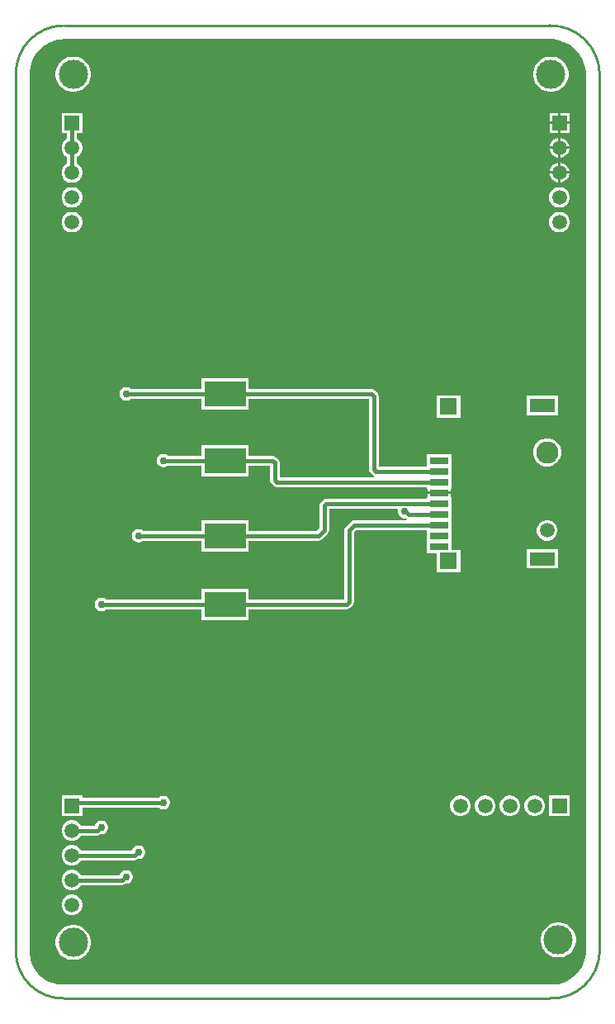
<source format=gtl>
G04*
G04 #@! TF.GenerationSoftware,Altium Limited,Altium Designer,22.6.1 (34)*
G04*
G04 Layer_Physical_Order=1*
G04 Layer_Color=255*
%FSLAX25Y25*%
%MOIN*%
G70*
G04*
G04 #@! TF.SameCoordinates,B7B55DA8-A8C8-4B2F-A26B-231347B163EA*
G04*
G04*
G04 #@! TF.FilePolarity,Positive*
G04*
G01*
G75*
%ADD12C,0.01000*%
%ADD13R,0.10200X0.05500*%
%ADD14R,0.07100X0.06700*%
%ADD15R,0.07500X0.02800*%
%ADD16R,0.16535X0.10236*%
%ADD26C,0.01500*%
%ADD27C,0.09000*%
%ADD28C,0.05900*%
%ADD29R,0.05906X0.05906*%
%ADD30C,0.05906*%
%ADD31C,0.11811*%
%ADD32R,0.05906X0.05906*%
%ADD33C,0.03000*%
G36*
X19980Y388157D02*
X216035Y388156D01*
X216067Y388160D01*
X216098Y388157D01*
X217050Y388168D01*
X218923Y387945D01*
X220751Y387480D01*
X222503Y386780D01*
X224148Y385857D01*
X225658Y384728D01*
X227009Y383411D01*
X228176Y381929D01*
X229139Y380308D01*
X229883Y378574D01*
X230394Y376758D01*
X230664Y374892D01*
X230676Y373981D01*
Y19793D01*
X230644Y18981D01*
X230336Y17186D01*
X229796Y15446D01*
X229034Y13791D01*
X228062Y12249D01*
X226898Y10848D01*
X225561Y9611D01*
X224074Y8558D01*
X222462Y7709D01*
X220753Y7077D01*
X218976Y6674D01*
X217162Y6505D01*
X216251Y6540D01*
X216155Y6531D01*
X216058Y6544D01*
X19685Y6545D01*
X19652Y6540D01*
X19619Y6544D01*
X18734Y6532D01*
X16991Y6739D01*
X15290Y7170D01*
X13659Y7821D01*
X12128Y8678D01*
X10721Y9728D01*
X9463Y10953D01*
X8376Y12331D01*
X7478Y13839D01*
X6785Y15452D01*
X6308Y17141D01*
X6056Y18878D01*
X6044Y19722D01*
Y374016D01*
X6040Y374048D01*
X6044Y374080D01*
X6033Y375000D01*
X6247Y376808D01*
X6696Y378573D01*
X7371Y380263D01*
X8262Y381852D01*
X9352Y383311D01*
X10623Y384614D01*
X12053Y385741D01*
X13618Y386672D01*
X15291Y387390D01*
X17044Y387884D01*
X18846Y388145D01*
X19756Y388157D01*
X19863Y388172D01*
X19980Y388157D01*
D02*
G37*
%LPC*%
G36*
X217235Y381121D02*
X215836D01*
X214463Y380848D01*
X213170Y380313D01*
X212006Y379535D01*
X211016Y378545D01*
X210239Y377381D01*
X209703Y376088D01*
X209430Y374716D01*
Y373316D01*
X209703Y371943D01*
X210239Y370650D01*
X211016Y369486D01*
X212006Y368496D01*
X213170Y367719D01*
X214463Y367183D01*
X215836Y366910D01*
X217235D01*
X218608Y367183D01*
X219901Y367719D01*
X221065Y368496D01*
X222055Y369486D01*
X222832Y370650D01*
X223368Y371943D01*
X223641Y373316D01*
Y374716D01*
X223368Y376088D01*
X222832Y377381D01*
X222055Y378545D01*
X221065Y379535D01*
X219901Y380313D01*
X218608Y380848D01*
X217235Y381121D01*
D02*
G37*
G36*
X24322D02*
X22922D01*
X21549Y380848D01*
X20256Y380313D01*
X19093Y379535D01*
X18103Y378545D01*
X17325Y377381D01*
X16790Y376088D01*
X16517Y374716D01*
Y373316D01*
X16790Y371943D01*
X17325Y370650D01*
X18103Y369486D01*
X19093Y368496D01*
X20256Y367719D01*
X21549Y367183D01*
X22922Y366910D01*
X24322D01*
X25695Y367183D01*
X26988Y367719D01*
X28152Y368496D01*
X29141Y369486D01*
X29919Y370650D01*
X30454Y371943D01*
X30728Y373316D01*
Y374716D01*
X30454Y376088D01*
X29919Y377381D01*
X29141Y378545D01*
X28152Y379535D01*
X26988Y380313D01*
X25695Y380848D01*
X24322Y381121D01*
D02*
G37*
G36*
X223925Y358283D02*
X220472D01*
Y354831D01*
X223925D01*
Y358283D01*
D02*
G37*
G36*
X219472D02*
X216020D01*
Y354831D01*
X219472D01*
Y358283D01*
D02*
G37*
G36*
X223925Y353831D02*
X220472D01*
Y350378D01*
X223925D01*
Y353831D01*
D02*
G37*
G36*
X219472D02*
X216020D01*
Y350378D01*
X219472D01*
Y353831D01*
D02*
G37*
G36*
X220493Y348284D02*
X220472D01*
Y344831D01*
X223925D01*
Y344851D01*
X223656Y345856D01*
X223135Y346758D01*
X222399Y347494D01*
X221498Y348014D01*
X220493Y348284D01*
D02*
G37*
G36*
X219472D02*
X219452D01*
X218447Y348014D01*
X217545Y347494D01*
X216810Y346758D01*
X216289Y345856D01*
X216020Y344851D01*
Y344831D01*
X219472D01*
Y348284D01*
D02*
G37*
G36*
X223925Y343831D02*
X220472D01*
Y340378D01*
X220493D01*
X221498Y340647D01*
X222399Y341168D01*
X223135Y341904D01*
X223656Y342805D01*
X223925Y343810D01*
Y343831D01*
D02*
G37*
G36*
X219472D02*
X216020D01*
Y343810D01*
X216289Y342805D01*
X216810Y341904D01*
X217545Y341168D01*
X218447Y340647D01*
X219452Y340378D01*
X219472D01*
Y343831D01*
D02*
G37*
G36*
X220493Y338283D02*
X220472D01*
Y334831D01*
X223925D01*
Y334851D01*
X223656Y335856D01*
X223135Y336758D01*
X222399Y337494D01*
X221498Y338014D01*
X220493Y338283D01*
D02*
G37*
G36*
X219472D02*
X219452D01*
X218447Y338014D01*
X217545Y337494D01*
X216810Y336758D01*
X216289Y335856D01*
X216020Y334851D01*
Y334831D01*
X219472D01*
Y338283D01*
D02*
G37*
G36*
X223925Y333831D02*
X220472D01*
Y330378D01*
X220493D01*
X221498Y330647D01*
X222399Y331168D01*
X223135Y331904D01*
X223656Y332805D01*
X223925Y333810D01*
Y333831D01*
D02*
G37*
G36*
X219472D02*
X216020D01*
Y333810D01*
X216289Y332805D01*
X216810Y331904D01*
X217545Y331168D01*
X218447Y330647D01*
X219452Y330378D01*
X219472D01*
Y333831D01*
D02*
G37*
G36*
X27275Y358484D02*
X18969D01*
Y350178D01*
X21134D01*
Y347978D01*
X20572Y347654D01*
X19799Y346881D01*
X19252Y345934D01*
X18969Y344877D01*
Y343784D01*
X19252Y342728D01*
X19799Y341781D01*
X20572Y341008D01*
X21134Y340683D01*
Y337978D01*
X20572Y337654D01*
X19799Y336881D01*
X19252Y335934D01*
X18969Y334877D01*
Y333784D01*
X19252Y332728D01*
X19799Y331781D01*
X20572Y331008D01*
X21519Y330461D01*
X22575Y330178D01*
X23669D01*
X24725Y330461D01*
X25672Y331008D01*
X26445Y331781D01*
X26992Y332728D01*
X27275Y333784D01*
Y334877D01*
X26992Y335934D01*
X26445Y336881D01*
X25672Y337654D01*
X25110Y337978D01*
Y340683D01*
X25672Y341008D01*
X26445Y341781D01*
X26992Y342728D01*
X27275Y343784D01*
Y344877D01*
X26992Y345934D01*
X26445Y346881D01*
X25672Y347654D01*
X25110Y347978D01*
Y350178D01*
X27275D01*
Y358484D01*
D02*
G37*
G36*
X220519Y328484D02*
X219426D01*
X218370Y328201D01*
X217423Y327654D01*
X216649Y326881D01*
X216103Y325934D01*
X215820Y324877D01*
Y323784D01*
X216103Y322728D01*
X216649Y321781D01*
X217423Y321008D01*
X218370Y320461D01*
X219426Y320178D01*
X220519D01*
X221575Y320461D01*
X222522Y321008D01*
X223295Y321781D01*
X223842Y322728D01*
X224125Y323784D01*
Y324877D01*
X223842Y325934D01*
X223295Y326881D01*
X222522Y327654D01*
X221575Y328201D01*
X220519Y328484D01*
D02*
G37*
G36*
X23669D02*
X22575D01*
X21519Y328201D01*
X20572Y327654D01*
X19799Y326881D01*
X19252Y325934D01*
X18969Y324877D01*
Y323784D01*
X19252Y322728D01*
X19799Y321781D01*
X20572Y321008D01*
X21519Y320461D01*
X22575Y320178D01*
X23669D01*
X24725Y320461D01*
X25672Y321008D01*
X26445Y321781D01*
X26992Y322728D01*
X27275Y323784D01*
Y324877D01*
X26992Y325934D01*
X26445Y326881D01*
X25672Y327654D01*
X24725Y328201D01*
X23669Y328484D01*
D02*
G37*
G36*
X220519Y318483D02*
X219426D01*
X218370Y318200D01*
X217423Y317654D01*
X216649Y316881D01*
X216103Y315934D01*
X215820Y314877D01*
Y313784D01*
X216103Y312728D01*
X216649Y311781D01*
X217423Y311008D01*
X218370Y310461D01*
X219426Y310178D01*
X220519D01*
X221575Y310461D01*
X222522Y311008D01*
X223295Y311781D01*
X223842Y312728D01*
X224125Y313784D01*
Y314877D01*
X223842Y315934D01*
X223295Y316881D01*
X222522Y317654D01*
X221575Y318200D01*
X220519Y318483D01*
D02*
G37*
G36*
X23669D02*
X22575D01*
X21519Y318200D01*
X20572Y317654D01*
X19799Y316881D01*
X19252Y315934D01*
X18969Y314877D01*
Y313784D01*
X19252Y312728D01*
X19799Y311781D01*
X20572Y311008D01*
X21519Y310461D01*
X22575Y310178D01*
X23669D01*
X24725Y310461D01*
X25672Y311008D01*
X26445Y311781D01*
X26992Y312728D01*
X27275Y313784D01*
Y314877D01*
X26992Y315934D01*
X26445Y316881D01*
X25672Y317654D01*
X24725Y318200D01*
X23669Y318483D01*
D02*
G37*
G36*
X94468Y251318D02*
X75532D01*
Y246988D01*
X46830D01*
X46658Y247161D01*
X46042Y247516D01*
X45355Y247700D01*
X44644D01*
X43958Y247516D01*
X43342Y247161D01*
X42840Y246658D01*
X42484Y246042D01*
X42300Y245356D01*
Y244644D01*
X42484Y243958D01*
X42840Y243342D01*
X43342Y242840D01*
X43958Y242484D01*
X44644Y242300D01*
X45355D01*
X46042Y242484D01*
X46658Y242840D01*
X46830Y243012D01*
X75532D01*
Y238682D01*
X94468D01*
Y243012D01*
X143012D01*
Y214601D01*
X143163Y213841D01*
X143594Y213196D01*
X144473Y212317D01*
X145118Y211886D01*
X145146Y211880D01*
X145097Y211380D01*
X106988D01*
Y217175D01*
X106837Y217936D01*
X106406Y218581D01*
X105527Y219459D01*
X104882Y219890D01*
X104121Y220042D01*
X94468D01*
Y224372D01*
X75532D01*
Y220042D01*
X61830D01*
X61658Y220214D01*
X61042Y220569D01*
X60356Y220754D01*
X59645D01*
X58958Y220569D01*
X58342Y220214D01*
X57840Y219711D01*
X57484Y219096D01*
X57300Y218409D01*
Y217698D01*
X57484Y217011D01*
X57840Y216396D01*
X58342Y215893D01*
X58958Y215538D01*
X59645Y215353D01*
X60356D01*
X61042Y215538D01*
X61658Y215893D01*
X61830Y216065D01*
X75532D01*
Y211735D01*
X94468D01*
Y216065D01*
X103012D01*
Y210271D01*
X103163Y209510D01*
X103594Y208865D01*
X104473Y207986D01*
X105118Y207555D01*
X105879Y207404D01*
X166538D01*
Y206792D01*
X166738D01*
Y205561D01*
X171488D01*
X176238D01*
Y206792D01*
X176438D01*
Y211123D01*
Y215454D01*
Y220654D01*
X166538D01*
Y215711D01*
X146988D01*
Y244121D01*
X146837Y244882D01*
X146406Y245527D01*
X145527Y246406D01*
X144882Y246837D01*
X144121Y246988D01*
X94468D01*
Y251318D01*
D02*
G37*
G36*
X219332Y244248D02*
X206732D01*
Y236348D01*
X219332D01*
Y244248D01*
D02*
G37*
G36*
X179986Y244454D02*
X170486D01*
Y235354D01*
X179986D01*
Y244454D01*
D02*
G37*
G36*
X215750Y227100D02*
X214250D01*
X212800Y226712D01*
X211500Y225961D01*
X210439Y224900D01*
X209688Y223600D01*
X209300Y222150D01*
Y220650D01*
X209688Y219200D01*
X210439Y217900D01*
X211500Y216839D01*
X212800Y216089D01*
X214250Y215700D01*
X215750D01*
X217200Y216089D01*
X218500Y216839D01*
X219561Y217900D01*
X220311Y219200D01*
X220700Y220650D01*
Y222150D01*
X220311Y223600D01*
X219561Y224900D01*
X218500Y225961D01*
X217200Y226712D01*
X215750Y227100D01*
D02*
G37*
G36*
X215546Y194054D02*
X214454D01*
X213398Y193771D01*
X212452Y193225D01*
X211679Y192452D01*
X211133Y191506D01*
X210850Y190450D01*
Y189358D01*
X211133Y188302D01*
X211679Y187356D01*
X212452Y186583D01*
X213398Y186037D01*
X214454Y185754D01*
X215546D01*
X216602Y186037D01*
X217548Y186583D01*
X218321Y187356D01*
X218867Y188302D01*
X219150Y189358D01*
Y190450D01*
X218867Y191506D01*
X218321Y192452D01*
X217548Y193225D01*
X216602Y193771D01*
X215546Y194054D01*
D02*
G37*
G36*
X219332Y182437D02*
X206732D01*
Y174537D01*
X219332D01*
Y182437D01*
D02*
G37*
G36*
X176238Y204561D02*
X171488D01*
X166738D01*
Y203331D01*
X166538D01*
Y202719D01*
X125879D01*
X125118Y202568D01*
X124473Y202137D01*
X123594Y201258D01*
X123163Y200613D01*
X123012Y199852D01*
Y190823D01*
X121915Y189727D01*
X94468D01*
Y194057D01*
X75532D01*
Y189727D01*
X51830D01*
X51658Y189899D01*
X51042Y190255D01*
X50355Y190439D01*
X49645D01*
X48958Y190255D01*
X48342Y189899D01*
X47839Y189396D01*
X47484Y188781D01*
X47300Y188094D01*
Y187383D01*
X47484Y186696D01*
X47839Y186081D01*
X48342Y185578D01*
X48958Y185223D01*
X49645Y185039D01*
X50355D01*
X51042Y185223D01*
X51658Y185578D01*
X51830Y185750D01*
X75532D01*
Y181421D01*
X94468D01*
Y185750D01*
X122739D01*
X123499Y185902D01*
X124144Y186333D01*
X126406Y188594D01*
X126837Y189239D01*
X126988Y190000D01*
Y198742D01*
X154555D01*
X154904Y198242D01*
X154800Y197855D01*
Y197144D01*
X154984Y196458D01*
X155340Y195842D01*
X155842Y195340D01*
X156458Y194984D01*
X157144Y194800D01*
X157855D01*
X157880Y194807D01*
X158245Y194563D01*
X158273Y194557D01*
X158224Y194058D01*
X137069D01*
X136308Y193906D01*
X135663Y193475D01*
X133594Y191406D01*
X133163Y190761D01*
X133012Y190000D01*
Y161988D01*
X94468D01*
Y166318D01*
X75532D01*
Y161988D01*
X36830D01*
X36658Y162161D01*
X36042Y162516D01*
X35355Y162700D01*
X34644D01*
X33958Y162516D01*
X33342Y162161D01*
X32840Y161658D01*
X32484Y161042D01*
X32300Y160355D01*
Y159644D01*
X32484Y158958D01*
X32840Y158342D01*
X33342Y157840D01*
X33958Y157484D01*
X34644Y157300D01*
X35355D01*
X36042Y157484D01*
X36658Y157840D01*
X36830Y158012D01*
X75532D01*
Y153682D01*
X94468D01*
Y158012D01*
X134121D01*
X134882Y158163D01*
X135527Y158594D01*
X136406Y159473D01*
X136837Y160118D01*
X136988Y160879D01*
Y189176D01*
X137893Y190081D01*
X166538D01*
Y185139D01*
Y180808D01*
X170486D01*
Y172952D01*
X179986D01*
Y182052D01*
X176438D01*
Y185139D01*
Y189469D01*
Y193800D01*
Y198131D01*
Y203331D01*
X176238D01*
Y204561D01*
D02*
G37*
G36*
X27275Y82893D02*
X18969D01*
Y74587D01*
X27275D01*
Y78012D01*
X58170D01*
X58342Y77839D01*
X58958Y77484D01*
X59645Y77300D01*
X60356D01*
X61042Y77484D01*
X61658Y77839D01*
X62160Y78342D01*
X62516Y78958D01*
X62700Y79645D01*
Y80356D01*
X62516Y81042D01*
X62160Y81658D01*
X61658Y82161D01*
X61042Y82516D01*
X60356Y82700D01*
X59645D01*
X58958Y82516D01*
X58342Y82161D01*
X58170Y81988D01*
X27275D01*
Y82893D01*
D02*
G37*
G36*
X224113Y82881D02*
X215808D01*
Y74576D01*
X224113D01*
Y82881D01*
D02*
G37*
G36*
X210507D02*
X209414D01*
X208358Y82598D01*
X207411Y82051D01*
X206638Y81278D01*
X206091Y80331D01*
X205808Y79275D01*
Y78182D01*
X206091Y77126D01*
X206638Y76178D01*
X207411Y75405D01*
X208358Y74859D01*
X209414Y74576D01*
X210507D01*
X211563Y74859D01*
X212510Y75405D01*
X213284Y76178D01*
X213830Y77126D01*
X214113Y78182D01*
Y79275D01*
X213830Y80331D01*
X213284Y81278D01*
X212510Y82051D01*
X211563Y82598D01*
X210507Y82881D01*
D02*
G37*
G36*
X200507D02*
X199414D01*
X198358Y82598D01*
X197411Y82051D01*
X196638Y81278D01*
X196091Y80331D01*
X195808Y79275D01*
Y78182D01*
X196091Y77126D01*
X196638Y76178D01*
X197411Y75405D01*
X198358Y74859D01*
X199414Y74576D01*
X200507D01*
X201564Y74859D01*
X202510Y75405D01*
X203284Y76178D01*
X203830Y77126D01*
X204113Y78182D01*
Y79275D01*
X203830Y80331D01*
X203284Y81278D01*
X202510Y82051D01*
X201564Y82598D01*
X200507Y82881D01*
D02*
G37*
G36*
X190507D02*
X189414D01*
X188358Y82598D01*
X187411Y82051D01*
X186638Y81278D01*
X186091Y80331D01*
X185808Y79275D01*
Y78182D01*
X186091Y77126D01*
X186638Y76178D01*
X187411Y75405D01*
X188358Y74859D01*
X189414Y74576D01*
X190507D01*
X191563Y74859D01*
X192510Y75405D01*
X193284Y76178D01*
X193830Y77126D01*
X194113Y78182D01*
Y79275D01*
X193830Y80331D01*
X193284Y81278D01*
X192510Y82051D01*
X191563Y82598D01*
X190507Y82881D01*
D02*
G37*
G36*
X180507D02*
X179414D01*
X178358Y82598D01*
X177411Y82051D01*
X176638Y81278D01*
X176091Y80331D01*
X175808Y79275D01*
Y78182D01*
X176091Y77126D01*
X176638Y76178D01*
X177411Y75405D01*
X178358Y74859D01*
X179414Y74576D01*
X180507D01*
X181563Y74859D01*
X182510Y75405D01*
X183284Y76178D01*
X183830Y77126D01*
X184113Y78182D01*
Y79275D01*
X183830Y80331D01*
X183284Y81278D01*
X182510Y82051D01*
X181563Y82598D01*
X180507Y82881D01*
D02*
G37*
G36*
X23669Y72893D02*
X22575D01*
X21519Y72610D01*
X20572Y72063D01*
X19799Y71290D01*
X19252Y70343D01*
X18969Y69287D01*
Y68193D01*
X19252Y67137D01*
X19799Y66190D01*
X20572Y65417D01*
X21519Y64870D01*
X22575Y64587D01*
X23669D01*
X24725Y64870D01*
X25672Y65417D01*
X26445Y66190D01*
X26769Y66752D01*
X33334D01*
X34095Y66903D01*
X34689Y67300D01*
X35355D01*
X36042Y67484D01*
X36658Y67839D01*
X37161Y68342D01*
X37516Y68958D01*
X37700Y69644D01*
Y70355D01*
X37516Y71042D01*
X37161Y71658D01*
X36658Y72161D01*
X36042Y72516D01*
X35355Y72700D01*
X34644D01*
X33958Y72516D01*
X33342Y72161D01*
X32840Y71658D01*
X32484Y71042D01*
X32400Y70728D01*
X26769D01*
X26445Y71290D01*
X25672Y72063D01*
X24725Y72610D01*
X23669Y72893D01*
D02*
G37*
G36*
Y62893D02*
X22575D01*
X21519Y62610D01*
X20572Y62063D01*
X19799Y61290D01*
X19252Y60343D01*
X18969Y59287D01*
Y58193D01*
X19252Y57137D01*
X19799Y56190D01*
X20572Y55417D01*
X21519Y54870D01*
X22575Y54587D01*
X23669D01*
X24725Y54870D01*
X25672Y55417D01*
X26445Y56190D01*
X26769Y56752D01*
X48334D01*
X49095Y56903D01*
X49689Y57300D01*
X50355D01*
X51042Y57484D01*
X51658Y57840D01*
X52161Y58342D01*
X52516Y58958D01*
X52700Y59645D01*
Y60356D01*
X52516Y61042D01*
X52161Y61658D01*
X51658Y62160D01*
X51042Y62516D01*
X50355Y62700D01*
X49645D01*
X48958Y62516D01*
X48342Y62160D01*
X47839Y61658D01*
X47484Y61042D01*
X47400Y60728D01*
X26769D01*
X26445Y61290D01*
X25672Y62063D01*
X24725Y62610D01*
X23669Y62893D01*
D02*
G37*
G36*
Y52893D02*
X22575D01*
X21519Y52610D01*
X20572Y52063D01*
X19799Y51290D01*
X19252Y50343D01*
X18969Y49287D01*
Y48193D01*
X19252Y47137D01*
X19799Y46190D01*
X20572Y45417D01*
X21519Y44870D01*
X22575Y44587D01*
X23669D01*
X24725Y44870D01*
X25672Y45417D01*
X26445Y46190D01*
X26769Y46752D01*
X43334D01*
X44095Y46903D01*
X44689Y47300D01*
X45355D01*
X46042Y47484D01*
X46658Y47839D01*
X47161Y48342D01*
X47516Y48958D01*
X47700Y49645D01*
Y50355D01*
X47516Y51042D01*
X47161Y51658D01*
X46658Y52161D01*
X46042Y52516D01*
X45355Y52700D01*
X44644D01*
X43958Y52516D01*
X43342Y52161D01*
X42840Y51658D01*
X42484Y51042D01*
X42400Y50728D01*
X26769D01*
X26445Y51290D01*
X25672Y52063D01*
X24725Y52610D01*
X23669Y52893D01*
D02*
G37*
G36*
Y42893D02*
X22575D01*
X21519Y42610D01*
X20572Y42063D01*
X19799Y41290D01*
X19252Y40343D01*
X18969Y39287D01*
Y38193D01*
X19252Y37137D01*
X19799Y36190D01*
X20572Y35417D01*
X21519Y34870D01*
X22575Y34587D01*
X23669D01*
X24725Y34870D01*
X25672Y35417D01*
X26445Y36190D01*
X26992Y37137D01*
X27275Y38193D01*
Y39287D01*
X26992Y40343D01*
X26445Y41290D01*
X25672Y42063D01*
X24725Y42610D01*
X23669Y42893D01*
D02*
G37*
G36*
X220235Y31728D02*
X218836D01*
X217463Y31455D01*
X216170Y30919D01*
X215006Y30141D01*
X214016Y29151D01*
X213239Y27988D01*
X212703Y26695D01*
X212430Y25322D01*
Y23922D01*
X212703Y22549D01*
X213239Y21256D01*
X214016Y20092D01*
X215006Y19103D01*
X216170Y18325D01*
X217463Y17790D01*
X218836Y17516D01*
X220235D01*
X221608Y17790D01*
X222901Y18325D01*
X224065Y19103D01*
X225055Y20092D01*
X225832Y21256D01*
X226368Y22549D01*
X226641Y23922D01*
Y25322D01*
X226368Y26695D01*
X225832Y27988D01*
X225055Y29151D01*
X224065Y30141D01*
X222901Y30919D01*
X221608Y31455D01*
X220235Y31728D01*
D02*
G37*
G36*
X24322Y30728D02*
X22922D01*
X21549Y30454D01*
X20256Y29919D01*
X19093Y29141D01*
X18103Y28152D01*
X17325Y26988D01*
X16790Y25695D01*
X16517Y24322D01*
Y22922D01*
X16790Y21549D01*
X17325Y20256D01*
X18103Y19093D01*
X19093Y18103D01*
X20256Y17325D01*
X21549Y16790D01*
X22922Y16517D01*
X24322D01*
X25695Y16790D01*
X26988Y17325D01*
X28152Y18103D01*
X29141Y19093D01*
X29919Y20256D01*
X30454Y21549D01*
X30728Y22922D01*
Y24322D01*
X30454Y25695D01*
X29919Y26988D01*
X29141Y28152D01*
X28152Y29141D01*
X26988Y29919D01*
X25695Y30454D01*
X24322Y30728D01*
D02*
G37*
%LPD*%
D12*
X19685Y393701D02*
G03*
X500Y374016I250J-19435D01*
G01*
X236221D02*
G03*
X216035Y393701I-19935J-250D01*
G01*
Y1000D02*
G03*
X236221Y19685I750J19435D01*
G01*
X500D02*
G03*
X19685Y1000I18935J250D01*
G01*
X236221Y19685D02*
Y374016D01*
X19685Y1000D02*
X19685D01*
X216035D01*
X20000Y393701D02*
X216035D01*
X500Y19685D02*
Y374016D01*
D13*
X213032Y240298D02*
D03*
Y178487D02*
D03*
D14*
X175236Y239904D02*
D03*
Y177502D02*
D03*
D15*
X171488Y218054D02*
D03*
Y213723D02*
D03*
Y209392D02*
D03*
Y205061D02*
D03*
Y200731D02*
D03*
Y196400D02*
D03*
Y192069D02*
D03*
Y187739D02*
D03*
Y183408D02*
D03*
D16*
X85000Y160000D02*
D03*
Y218054D02*
D03*
Y187739D02*
D03*
Y245000D02*
D03*
D26*
X23122Y334331D02*
Y344331D01*
Y354331D01*
X85000Y218054D02*
X104121D01*
X105000Y210271D02*
Y217175D01*
X104121Y218054D02*
X105000Y217175D01*
Y210271D02*
X105879Y209392D01*
X171488D01*
X144121Y245000D02*
X145000Y244121D01*
Y214601D02*
Y244121D01*
X85000Y245000D02*
X144121D01*
X145000Y214601D02*
X145879Y213723D01*
X171488D01*
X215000Y220000D02*
X215459Y220459D01*
X157906Y197500D02*
X159006Y196400D01*
X157500Y197500D02*
X157906D01*
X159006Y196400D02*
X171488D01*
X43334Y48740D02*
X44594Y50000D01*
X45000D01*
X23122Y48740D02*
X43334D01*
X45000Y245000D02*
X85000D01*
X23122Y78740D02*
X24382Y80000D01*
X60000D01*
Y218054D02*
X85000D01*
X48334Y58740D02*
X49594Y60000D01*
X50000D01*
X23122Y58740D02*
X48334D01*
X50000Y187739D02*
X85000D01*
X34594Y70000D02*
X35000D01*
X23122Y68740D02*
X33334D01*
X34594Y70000D01*
X35000Y160000D02*
X85000D01*
X86575Y187739D02*
X122739D01*
X125000Y190000D01*
Y199852D01*
X125879Y200731D02*
X171488D01*
X125000Y199852D02*
X125879Y200731D01*
X135000Y160879D02*
Y190000D01*
X85000Y160000D02*
X134121D01*
X135000Y160879D01*
X137069Y192069D02*
X171488D01*
X135000Y190000D02*
X137069Y192069D01*
D27*
X215000Y221400D02*
D03*
D28*
X215000Y189904D02*
D03*
D29*
X219961Y78728D02*
D03*
D30*
X209961D02*
D03*
X199961D02*
D03*
X189961D02*
D03*
X179961D02*
D03*
X23122Y38740D02*
D03*
Y48740D02*
D03*
Y58740D02*
D03*
Y68740D02*
D03*
X219972Y314331D02*
D03*
Y324331D02*
D03*
Y334331D02*
D03*
Y344331D02*
D03*
X23122Y314331D02*
D03*
Y324331D02*
D03*
Y334331D02*
D03*
Y344331D02*
D03*
D31*
X216535Y374016D02*
D03*
X219535Y24622D02*
D03*
X23622Y374016D02*
D03*
Y23622D02*
D03*
D32*
X23122Y78740D02*
D03*
X219972Y354331D02*
D03*
X23122D02*
D03*
D33*
X157500Y197500D02*
D03*
X45000Y50000D02*
D03*
Y245000D02*
D03*
X60000Y80000D02*
D03*
Y218054D02*
D03*
X50000Y60000D02*
D03*
Y187739D02*
D03*
X35000Y70000D02*
D03*
Y160000D02*
D03*
M02*

</source>
